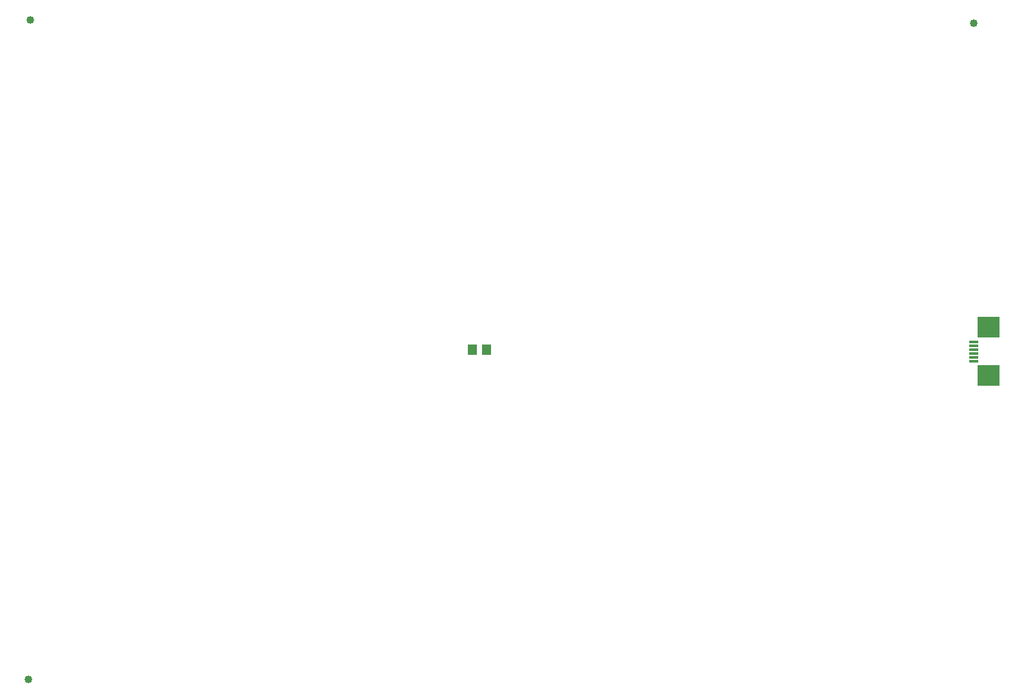
<source format=gbp>
G75*
%MOIN*%
%OFA0B0*%
%FSLAX25Y25*%
%IPPOS*%
%LPD*%
%AMOC8*
5,1,8,0,0,1.08239X$1,22.5*
%
%ADD10C,0.04000*%
%ADD11R,0.04650X0.05425*%
%ADD12R,0.04724X0.01181*%
%ADD13R,0.11811X0.10630*%
D10*
X0076091Y0059178D03*
X0077233Y0400398D03*
X0565146Y0398902D03*
D11*
X0313042Y0229769D03*
X0305955Y0229769D03*
D12*
X0565240Y0229936D03*
X0565240Y0227968D03*
X0565240Y0225999D03*
X0565240Y0224031D03*
X0565240Y0231905D03*
X0565240Y0233873D03*
D13*
X0572720Y0241472D03*
X0572720Y0216432D03*
M02*

</source>
